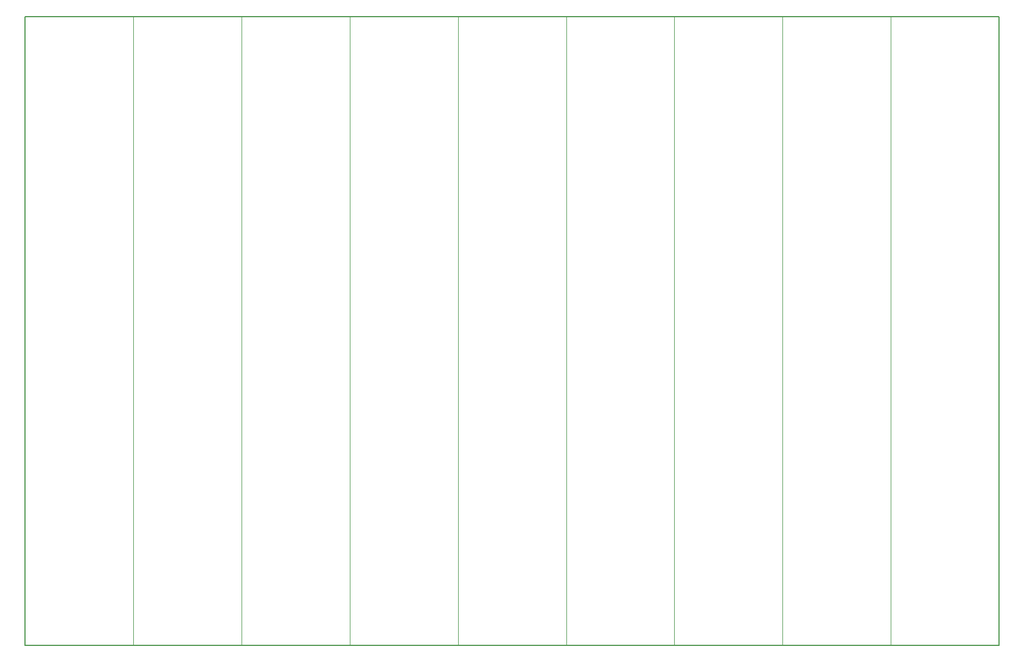
<source format=gm1>
G04*
G04 #@! TF.GenerationSoftware,Altium Limited,Altium Designer,21.7.2 (23)*
G04*
G04 Layer_Color=16711935*
%FSLAX44Y44*%
%MOMM*%
G71*
G04*
G04 #@! TF.SameCoordinates,4EA3E7D4-8FC9-4B51-A035-DBAEA2916729*
G04*
G04*
G04 #@! TF.FilePolarity,Positive*
G04*
G01*
G75*
%ADD22C,0.2000*%
%ADD31C,0.1000*%
D22*
X0Y0D02*
Y960000D01*
X1485000D01*
Y0D02*
Y960000D01*
X0Y0D02*
X1485000D01*
D31*
X0Y960000D02*
X165000Y960000D01*
X0Y0D02*
Y960000D01*
Y0D02*
X165000Y0D01*
Y960000D01*
Y960000D02*
X330000Y960000D01*
X165000Y0D02*
Y960000D01*
Y0D02*
X330000Y0D01*
Y960000D01*
Y960000D02*
X495000Y960000D01*
X330000Y0D02*
Y960000D01*
Y0D02*
X495000Y0D01*
Y960000D01*
Y960000D02*
X660000Y960000D01*
X495000Y0D02*
Y960000D01*
Y0D02*
X660000Y0D01*
Y960000D01*
Y960000D02*
X825000Y960000D01*
X660000Y0D02*
Y960000D01*
Y0D02*
X825000Y0D01*
Y960000D01*
Y960000D02*
X990000Y960000D01*
X825000Y0D02*
Y960000D01*
Y0D02*
X990000Y0D01*
Y960000D01*
Y960000D02*
X1155000Y960000D01*
X990000Y0D02*
Y960000D01*
Y0D02*
X1155000Y0D01*
Y960000D01*
Y960000D02*
X1320000Y960000D01*
X1155000Y0D02*
Y960000D01*
Y0D02*
X1320000Y0D01*
Y960000D01*
Y960000D02*
X1485000Y960000D01*
X1320000Y0D02*
Y960000D01*
Y0D02*
X1485000Y0D01*
Y960000D01*
M02*

</source>
